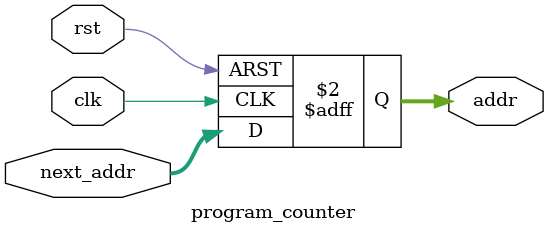
<source format=v>
`timescale 1ns / 1ps
module program_counter(
	input [12:0] next_addr,
	input clk,
	input rst,
	output reg [12:0] addr
);
	always @(posedge clk or posedge rst) begin
        if (rst) begin
            addr <= -13'd1;
				//addr2 = 13'd1;
        end else begin
            addr <= next_addr;
				//addr2 = next_addr + 1;
        end
    end


endmodule

</source>
